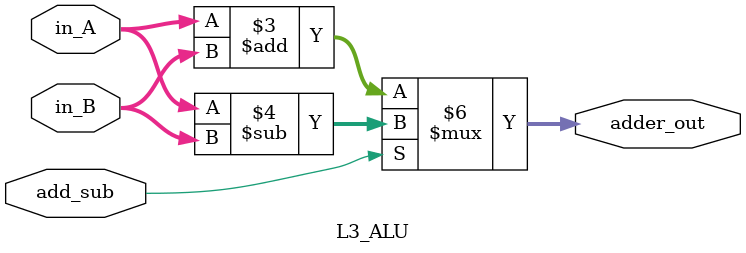
<source format=v>
module L3_ALU(input [3:0] in_A,
			  input [3:0] in_B,
			  input add_sub,
			  output reg [15:0] adder_out);

	always@(*)
	begin
	
		if(add_sub == 0) //0 means add
		begin
			adder_out <= in_A + in_B;
		end
		
		else
		begin
			adder_out <= in_A - in_B;
		end
		
	end
	
endmodule
</source>
